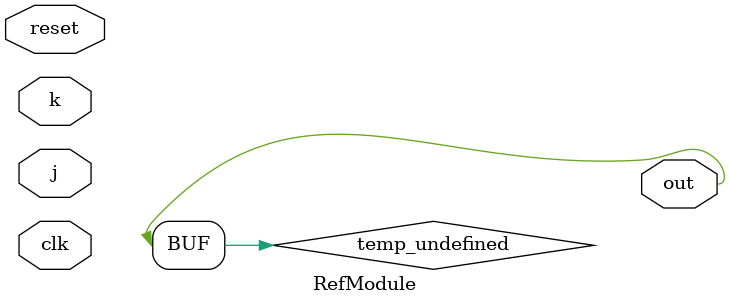
<source format=sv>

module RefModule (
  input clk,
  input j,
  input k,
  input reset,
  output out
);

  parameter A=0, B=1;
  reg state;
  reg next;

    always @(*) begin
    case (state)
      A: next = j ? B : A;
      B: next = k ? A : B;
    endcase
    end

    always @(posedge clk) begin
    if (reset) state <= A;
        else state <= next;
  end

  assign out = temp_undefined;

endmodule


</source>
